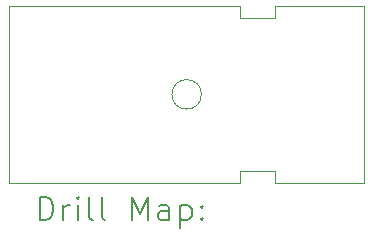
<source format=gbr>
%TF.GenerationSoftware,KiCad,Pcbnew,7.0.9*%
%TF.CreationDate,2024-03-13T00:39:05-05:00*%
%TF.ProjectId,DISPLAY,44495350-4c41-4592-9e6b-696361645f70,rev?*%
%TF.SameCoordinates,Original*%
%TF.FileFunction,Drillmap*%
%TF.FilePolarity,Positive*%
%FSLAX45Y45*%
G04 Gerber Fmt 4.5, Leading zero omitted, Abs format (unit mm)*
G04 Created by KiCad (PCBNEW 7.0.9) date 2024-03-13 00:39:05*
%MOMM*%
%LPD*%
G01*
G04 APERTURE LIST*
%ADD10C,0.100000*%
%ADD11C,0.200000*%
G04 APERTURE END LIST*
D10*
X15950000Y-8100000D02*
X16250000Y-8100000D01*
X16250000Y-8000000D01*
X17000000Y-8000000D01*
X17000000Y-9500000D01*
X16250000Y-9500000D01*
X16250000Y-9400000D01*
X15950000Y-9400000D01*
X15950000Y-9500000D01*
X14000000Y-9500000D01*
X14000000Y-8000000D01*
X15950000Y-8000000D01*
X15950000Y-8100000D01*
X15625000Y-8750000D02*
G75*
G03*
X15625000Y-8750000I-125000J0D01*
G01*
D11*
X14255777Y-9816484D02*
X14255777Y-9616484D01*
X14255777Y-9616484D02*
X14303396Y-9616484D01*
X14303396Y-9616484D02*
X14331967Y-9626008D01*
X14331967Y-9626008D02*
X14351015Y-9645055D01*
X14351015Y-9645055D02*
X14360539Y-9664103D01*
X14360539Y-9664103D02*
X14370062Y-9702198D01*
X14370062Y-9702198D02*
X14370062Y-9730770D01*
X14370062Y-9730770D02*
X14360539Y-9768865D01*
X14360539Y-9768865D02*
X14351015Y-9787912D01*
X14351015Y-9787912D02*
X14331967Y-9806960D01*
X14331967Y-9806960D02*
X14303396Y-9816484D01*
X14303396Y-9816484D02*
X14255777Y-9816484D01*
X14455777Y-9816484D02*
X14455777Y-9683150D01*
X14455777Y-9721246D02*
X14465301Y-9702198D01*
X14465301Y-9702198D02*
X14474824Y-9692674D01*
X14474824Y-9692674D02*
X14493872Y-9683150D01*
X14493872Y-9683150D02*
X14512920Y-9683150D01*
X14579586Y-9816484D02*
X14579586Y-9683150D01*
X14579586Y-9616484D02*
X14570062Y-9626008D01*
X14570062Y-9626008D02*
X14579586Y-9635531D01*
X14579586Y-9635531D02*
X14589110Y-9626008D01*
X14589110Y-9626008D02*
X14579586Y-9616484D01*
X14579586Y-9616484D02*
X14579586Y-9635531D01*
X14703396Y-9816484D02*
X14684348Y-9806960D01*
X14684348Y-9806960D02*
X14674824Y-9787912D01*
X14674824Y-9787912D02*
X14674824Y-9616484D01*
X14808158Y-9816484D02*
X14789110Y-9806960D01*
X14789110Y-9806960D02*
X14779586Y-9787912D01*
X14779586Y-9787912D02*
X14779586Y-9616484D01*
X15036729Y-9816484D02*
X15036729Y-9616484D01*
X15036729Y-9616484D02*
X15103396Y-9759341D01*
X15103396Y-9759341D02*
X15170062Y-9616484D01*
X15170062Y-9616484D02*
X15170062Y-9816484D01*
X15351015Y-9816484D02*
X15351015Y-9711722D01*
X15351015Y-9711722D02*
X15341491Y-9692674D01*
X15341491Y-9692674D02*
X15322443Y-9683150D01*
X15322443Y-9683150D02*
X15284348Y-9683150D01*
X15284348Y-9683150D02*
X15265301Y-9692674D01*
X15351015Y-9806960D02*
X15331967Y-9816484D01*
X15331967Y-9816484D02*
X15284348Y-9816484D01*
X15284348Y-9816484D02*
X15265301Y-9806960D01*
X15265301Y-9806960D02*
X15255777Y-9787912D01*
X15255777Y-9787912D02*
X15255777Y-9768865D01*
X15255777Y-9768865D02*
X15265301Y-9749817D01*
X15265301Y-9749817D02*
X15284348Y-9740293D01*
X15284348Y-9740293D02*
X15331967Y-9740293D01*
X15331967Y-9740293D02*
X15351015Y-9730770D01*
X15446253Y-9683150D02*
X15446253Y-9883150D01*
X15446253Y-9692674D02*
X15465301Y-9683150D01*
X15465301Y-9683150D02*
X15503396Y-9683150D01*
X15503396Y-9683150D02*
X15522443Y-9692674D01*
X15522443Y-9692674D02*
X15531967Y-9702198D01*
X15531967Y-9702198D02*
X15541491Y-9721246D01*
X15541491Y-9721246D02*
X15541491Y-9778389D01*
X15541491Y-9778389D02*
X15531967Y-9797436D01*
X15531967Y-9797436D02*
X15522443Y-9806960D01*
X15522443Y-9806960D02*
X15503396Y-9816484D01*
X15503396Y-9816484D02*
X15465301Y-9816484D01*
X15465301Y-9816484D02*
X15446253Y-9806960D01*
X15627205Y-9797436D02*
X15636729Y-9806960D01*
X15636729Y-9806960D02*
X15627205Y-9816484D01*
X15627205Y-9816484D02*
X15617682Y-9806960D01*
X15617682Y-9806960D02*
X15627205Y-9797436D01*
X15627205Y-9797436D02*
X15627205Y-9816484D01*
X15627205Y-9692674D02*
X15636729Y-9702198D01*
X15636729Y-9702198D02*
X15627205Y-9711722D01*
X15627205Y-9711722D02*
X15617682Y-9702198D01*
X15617682Y-9702198D02*
X15627205Y-9692674D01*
X15627205Y-9692674D02*
X15627205Y-9711722D01*
M02*

</source>
